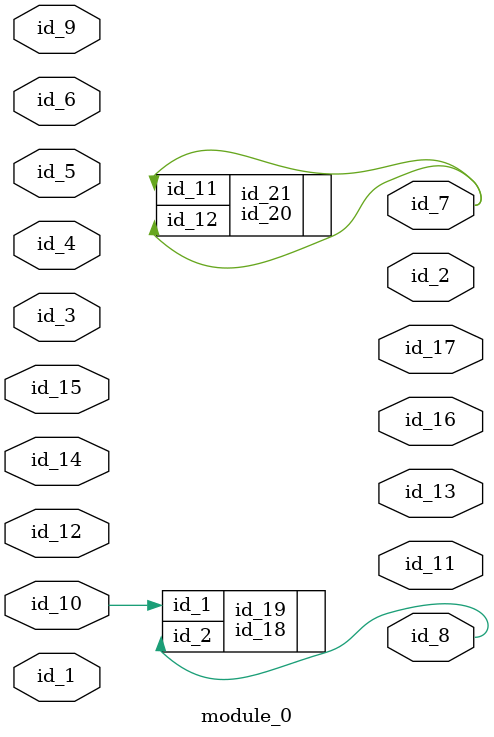
<source format=v>
module module_0 (
    id_1,
    id_2,
    id_3,
    id_4,
    id_5,
    id_6,
    id_7,
    id_8,
    id_9,
    id_10,
    id_11,
    id_12,
    id_13,
    id_14,
    id_15,
    id_16,
    id_17
);
  output id_17;
  output id_16;
  input id_15;
  input id_14;
  output id_13;
  input id_12;
  output id_11;
  input id_10;
  input id_9;
  output id_8;
  output id_7;
  input id_6;
  input id_5;
  input id_4;
  input id_3;
  output id_2;
  input id_1;
  id_18 id_19 (
      .id_2(id_8),
      .id_1(id_10)
  );
  id_20 id_21 (
      .id_11(id_7),
      .id_12(id_7)
  );
endmodule

</source>
